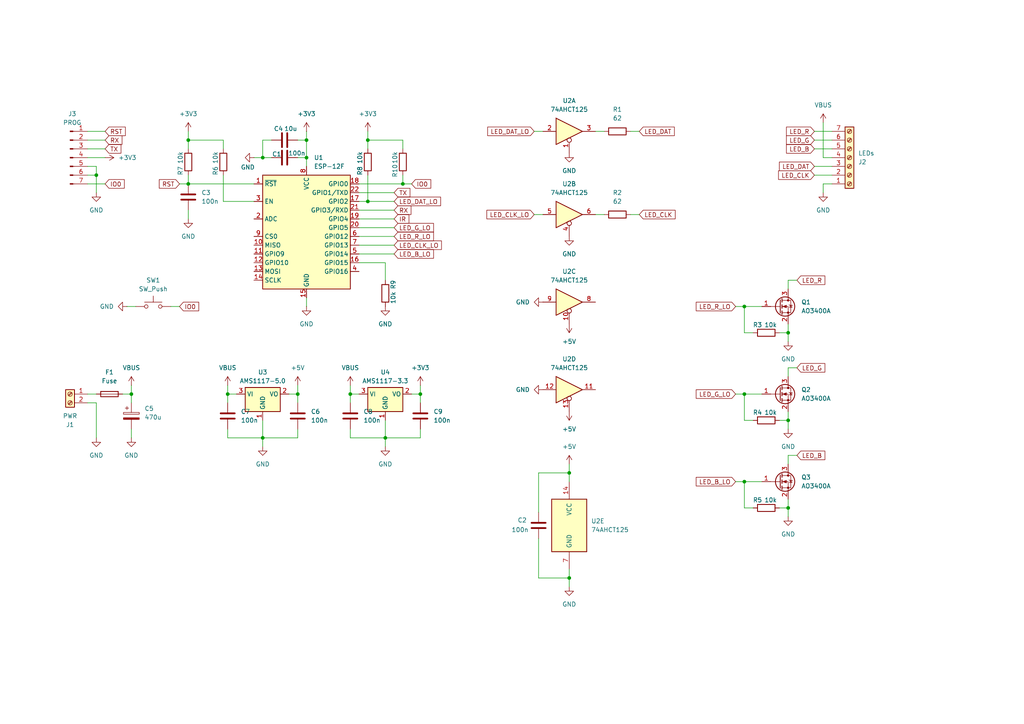
<source format=kicad_sch>
(kicad_sch (version 20250114) (generator "eeschema") (generator_version "9.0")
  (paper "A4")
  (title_block (title "SimpleWLED8266") (date "2025-09-22") (rev "v2") (company "DavidoTek") (comment 1 "Rev2: Fixed GND connection for R9, changed hole size from M4 to M3, rotated J1 and J2") (comment 3 "with support for both analog and digital LEDs.") (comment 4 "Very simple ESP8266-based LED controller board"))
  (lib_symbols
    (symbol "74xx:74AHCT125" (pin_names (offset 1.016))
      (property "Reference" "U" (at 0 1.27 0))
      (property "Value" "74AHCT125" (at 0 -1.27 0))
      (symbol "74AHCT125_1_0"
        (polyline (pts (xy -3.81 3.81) (xy -3.81 -3.81) (xy 3.81 0) (xy -3.81 3.81)) (stroke (width 0.254)) (fill (type background)))
        (pin input line (at -7.62 0 0) (length 3.81) (name "~") (number "2"))
        (pin input inverted (at 0 -6.35 90) (length 4.445) (name "~") (number "1"))
        (pin tri_state line (at 7.62 0 180) (length 3.81) (name "~") (number "3"))
      )
      (symbol "74AHCT125_2_0"
        (polyline (pts (xy -3.81 3.81) (xy -3.81 -3.81) (xy 3.81 0) (xy -3.81 3.81)) (stroke (width 0.254)) (fill (type background)))
        (pin input line (at -7.62 0 0) (length 3.81) (name "~") (number "5"))
        (pin input inverted (at 0 -6.35 90) (length 4.445) (name "~") (number "4"))
        (pin tri_state line (at 7.62 0 180) (length 3.81) (name "~") (number "6"))
      )
      (symbol "74AHCT125_3_0"
        (polyline (pts (xy -3.81 3.81) (xy -3.81 -3.81) (xy 3.81 0) (xy -3.81 3.81)) (stroke (width 0.254)) (fill (type background)))
        (pin input line (at -7.62 0 0) (length 3.81) (name "~") (number "9"))
        (pin input inverted (at 0 -6.35 90) (length 4.445) (name "~") (number "10"))
        (pin tri_state line (at 7.62 0 180) (length 3.81) (name "~") (number "8"))
      )
      (symbol "74AHCT125_4_0"
        (polyline (pts (xy -3.81 3.81) (xy -3.81 -3.81) (xy 3.81 0) (xy -3.81 3.81)) (stroke (width 0.254)) (fill (type background)))
        (pin input line (at -7.62 0 0) (length 3.81) (name "~") (number "12"))
        (pin input inverted (at 0 -6.35 90) (length 4.445) (name "~") (number "13"))
        (pin tri_state line (at 7.62 0 180) (length 3.81) (name "~") (number "11"))
      )
      (symbol "74AHCT125_5_0"
        (pin power_in line (at 0 12.7 270) (length 5.08) (name "VCC") (number "14"))
        (pin power_in line (at 0 -12.7 90) (length 5.08) (name "GND") (number "7"))
      )
      (symbol "74AHCT125_5_1"
        (rectangle (start -5.08 7.62) (end 5.08 -7.62) (stroke (width 0.254)) (fill (type background)))
      )
    )
    (symbol "Connector:Conn_01x07_Pin" (pin_names (offset 1.016) (hide yes))
      (property "Reference" "J" (at 0 10.16 0))
      (property "Value" "Conn_01x07_Pin" (at 0 -10.16 0))
      (symbol "Conn_01x07_Pin_1_1"
        (rectangle (start 0.8636 7.747) (end 0 7.493) (stroke (width 0.1524)) (fill (type outline)))
        (rectangle (start 0.8636 5.207) (end 0 4.953) (stroke (width 0.1524)) (fill (type outline)))
        (rectangle (start 0.8636 2.667) (end 0 2.413) (stroke (width 0.1524)) (fill (type outline)))
        (rectangle (start 0.8636 0.127) (end 0 -0.127) (stroke (width 0.1524)) (fill (type outline)))
        (rectangle (start 0.8636 -2.413) (end 0 -2.667) (stroke (width 0.1524)) (fill (type outline)))
        (rectangle (start 0.8636 -4.953) (end 0 -5.207) (stroke (width 0.1524)) (fill (type outline)))
        (rectangle (start 0.8636 -7.493) (end 0 -7.747) (stroke (width 0.1524)) (fill (type outline)))
        (polyline (pts (xy 1.27 7.62) (xy 0.8636 7.62)) (stroke (width 0.1524)))
        (polyline (pts (xy 1.27 5.08) (xy 0.8636 5.08)) (stroke (width 0.1524)))
        (polyline (pts (xy 1.27 2.54) (xy 0.8636 2.54)) (stroke (width 0.1524)))
        (polyline (pts (xy 1.27 0) (xy 0.8636 0)) (stroke (width 0.1524)))
        (polyline (pts (xy 1.27 -2.54) (xy 0.8636 -2.54)) (stroke (width 0.1524)))
        (polyline (pts (xy 1.27 -5.08) (xy 0.8636 -5.08)) (stroke (width 0.1524)))
        (polyline (pts (xy 1.27 -7.62) (xy 0.8636 -7.62)) (stroke (width 0.1524)))
        (pin passive line (at 5.08 7.62 180) (length 3.81) (name "Pin_1") (number "1"))
        (pin passive line (at 5.08 5.08 180) (length 3.81) (name "Pin_2") (number "2"))
        (pin passive line (at 5.08 2.54 180) (length 3.81) (name "Pin_3") (number "3"))
        (pin passive line (at 5.08 0 180) (length 3.81) (name "Pin_4") (number "4"))
        (pin passive line (at 5.08 -2.54 180) (length 3.81) (name "Pin_5") (number "5"))
        (pin passive line (at 5.08 -5.08 180) (length 3.81) (name "Pin_6") (number "6"))
        (pin passive line (at 5.08 -7.62 180) (length 3.81) (name "Pin_7") (number "7"))
      )
    )
    (symbol "Connector:Screw_Terminal_01x02" (pin_names (offset 1.016) (hide yes))
      (property "Reference" "J" (at 0 2.54 0))
      (property "Value" "Screw_Terminal_01x02" (at 0 -5.08 0))
      (symbol "Screw_Terminal_01x02_1_1"
        (rectangle (start -1.27 1.27) (end 1.27 -3.81) (stroke (width 0.254)) (fill (type background)))
        (polyline (pts (xy -0.5334 0.3302) (xy 0.3302 -0.508)) (stroke (width 0.1524)))
        (polyline (pts (xy -0.5334 -2.2098) (xy 0.3302 -3.048)) (stroke (width 0.1524)))
        (polyline (pts (xy -0.3556 0.508) (xy 0.508 -0.3302)) (stroke (width 0.1524)))
        (polyline (pts (xy -0.3556 -2.032) (xy 0.508 -2.8702)) (stroke (width 0.1524)))
        (circle (center 0 0) (radius 0.635) (stroke (width 0.1524)))
        (circle (center 0 -2.54) (radius 0.635) (stroke (width 0.1524)))
        (pin passive line (at -5.08 0 0) (length 3.81) (name "Pin_1") (number "1"))
        (pin passive line (at -5.08 -2.54 0) (length 3.81) (name "Pin_2") (number "2"))
      )
    )
    (symbol "Connector:Screw_Terminal_01x07" (pin_names (offset 1.016) (hide yes))
      (property "Reference" "J" (at 0 10.16 0))
      (property "Value" "Screw_Terminal_01x07" (at 0 -10.16 0))
      (symbol "Screw_Terminal_01x07_1_1"
        (rectangle (start -1.27 8.89) (end 1.27 -8.89) (stroke (width 0.254)) (fill (type background)))
        (polyline (pts (xy -0.5334 7.9502) (xy 0.3302 7.112)) (stroke (width 0.1524)))
        (polyline (pts (xy -0.5334 5.4102) (xy 0.3302 4.572)) (stroke (width 0.1524)))
        (polyline (pts (xy -0.5334 2.8702) (xy 0.3302 2.032)) (stroke (width 0.1524)))
        (polyline (pts (xy -0.5334 0.3302) (xy 0.3302 -0.508)) (stroke (width 0.1524)))
        (polyline (pts (xy -0.5334 -2.2098) (xy 0.3302 -3.048)) (stroke (width 0.1524)))
        (polyline (pts (xy -0.5334 -4.7498) (xy 0.3302 -5.588)) (stroke (width 0.1524)))
        (polyline (pts (xy -0.5334 -7.2898) (xy 0.3302 -8.128)) (stroke (width 0.1524)))
        (polyline (pts (xy -0.3556 8.128) (xy 0.508 7.2898)) (stroke (width 0.1524)))
        (polyline (pts (xy -0.3556 5.588) (xy 0.508 4.7498)) (stroke (width 0.1524)))
        (polyline (pts (xy -0.3556 3.048) (xy 0.508 2.2098)) (stroke (width 0.1524)))
        (polyline (pts (xy -0.3556 0.508) (xy 0.508 -0.3302)) (stroke (width 0.1524)))
        (polyline (pts (xy -0.3556 -2.032) (xy 0.508 -2.8702)) (stroke (width 0.1524)))
        (polyline (pts (xy -0.3556 -4.572) (xy 0.508 -5.4102)) (stroke (width 0.1524)))
        (polyline (pts (xy -0.3556 -7.112) (xy 0.508 -7.9502)) (stroke (width 0.1524)))
        (circle (center 0 7.62) (radius 0.635) (stroke (width 0.1524)))
        (circle (center 0 5.08) (radius 0.635) (stroke (width 0.1524)))
        (circle (center 0 2.54) (radius 0.635) (stroke (width 0.1524)))
        (circle (center 0 0) (radius 0.635) (stroke (width 0.1524)))
        (circle (center 0 -2.54) (radius 0.635) (stroke (width 0.1524)))
        (circle (center 0 -5.08) (radius 0.635) (stroke (width 0.1524)))
        (circle (center 0 -7.62) (radius 0.635) (stroke (width 0.1524)))
        (pin passive line (at -5.08 7.62 0) (length 3.81) (name "Pin_1") (number "1"))
        (pin passive line (at -5.08 5.08 0) (length 3.81) (name "Pin_2") (number "2"))
        (pin passive line (at -5.08 2.54 0) (length 3.81) (name "Pin_3") (number "3"))
        (pin passive line (at -5.08 0 0) (length 3.81) (name "Pin_4") (number "4"))
        (pin passive line (at -5.08 -2.54 0) (length 3.81) (name "Pin_5") (number "5"))
        (pin passive line (at -5.08 -5.08 0) (length 3.81) (name "Pin_6") (number "6"))
        (pin passive line (at -5.08 -7.62 0) (length 3.81) (name "Pin_7") (number "7"))
      )
    )
    (symbol "Device:C" (pin_numbers (hide yes)) (pin_names (offset 0.254))
      (property "Reference" "C" (at 0.635 2.54 0))
      (property "Value" "C" (at 0.635 -2.54 0))
      (symbol "C_0_1"
        (polyline (pts (xy -2.032 0.762) (xy 2.032 0.762)) (stroke (width 0.508)))
        (polyline (pts (xy -2.032 -0.762) (xy 2.032 -0.762)) (stroke (width 0.508)))
      )
      (symbol "C_1_1"
        (pin passive line (at 0 3.81 270) (length 2.794) (name "~") (number "1"))
        (pin passive line (at 0 -3.81 90) (length 2.794) (name "~") (number "2"))
      )
    )
    (symbol "Device:C_Polarized" (pin_numbers (hide yes)) (pin_names (offset 0.254))
      (property "Reference" "C" (at 0.635 2.54 0))
      (property "Value" "C_Polarized" (at 0.635 -2.54 0))
      (symbol "C_Polarized_0_1"
        (rectangle (start -2.286 0.508) (end 2.286 1.016))
        (polyline (pts (xy -1.778 2.286) (xy -0.762 2.286)))
        (polyline (pts (xy -1.27 2.794) (xy -1.27 1.778)))
        (rectangle (start 2.286 -0.508) (end -2.286 -1.016) (fill (type outline)))
      )
      (symbol "C_Polarized_1_1"
        (pin passive line (at 0 3.81 270) (length 2.794) (name "~") (number "1"))
        (pin passive line (at 0 -3.81 90) (length 2.794) (name "~") (number "2"))
      )
    )
    (symbol "Device:Fuse" (pin_numbers (hide yes)) (pin_names (offset 0))
      (property "Reference" "F" (at 2.032 0 90))
      (property "Value" "Fuse" (at -1.905 0 90))
      (symbol "Fuse_0_1"
        (rectangle (start -0.762 -2.54) (end 0.762 2.54) (stroke (width 0.254)))
        (polyline (pts (xy 0 2.54) (xy 0 -2.54)))
      )
      (symbol "Fuse_1_1"
        (pin passive line (at 0 3.81 270) (length 1.27) (name "~") (number "1"))
        (pin passive line (at 0 -3.81 90) (length 1.27) (name "~") (number "2"))
      )
    )
    (symbol "Device:R" (pin_numbers (hide yes)) (pin_names (offset 0))
      (property "Reference" "R" (at 2.032 0 90))
      (property "Value" "R" (at 0 0 90))
      (symbol "R_0_1"
        (rectangle (start -1.016 -2.54) (end 1.016 2.54) (stroke (width 0.254)))
      )
      (symbol "R_1_1"
        (pin passive line (at 0 3.81 270) (length 1.27) (name "~") (number "1"))
        (pin passive line (at 0 -3.81 90) (length 1.27) (name "~") (number "2"))
      )
    )
    (symbol "RF_Module:ESP-12F"
      (property "Reference" "U" (at -12.7 19.05 0))
      (property "Value" "ESP-12F" (at 12.7 19.05 0))
      (symbol "ESP-12F_0_1"
        (rectangle (start -12.7 17.78) (end 12.7 -15.24) (stroke (width 0.254)) (fill (type background)))
      )
      (symbol "ESP-12F_1_1"
        (pin input line (at -15.24 15.24 0) (length 2.54) (name "~{RST}") (number "1"))
        (pin input line (at -15.24 10.16 0) (length 2.54) (name "EN") (number "3"))
        (pin input line (at -15.24 5.08 0) (length 2.54) (name "ADC") (number "2"))
        (pin input line (at -15.24 0 0) (length 2.54) (name "CS0") (number "9"))
        (pin bidirectional line (at -15.24 -2.54 0) (length 2.54) (name "MISO") (number "10"))
        (pin bidirectional line (at -15.24 -5.08 0) (length 2.54) (name "GPIO9") (number "11"))
        (pin bidirectional line (at -15.24 -7.62 0) (length 2.54) (name "GPIO10") (number "12"))
        (pin bidirectional line (at -15.24 -10.16 0) (length 2.54) (name "MOSI") (number "13"))
        (pin bidirectional line (at -15.24 -12.7 0) (length 2.54) (name "SCLK") (number "14"))
        (pin power_in line (at 0 20.32 270) (length 2.54) (name "VCC") (number "8"))
        (pin power_in line (at 0 -17.78 90) (length 2.54) (name "GND") (number "15"))
        (pin bidirectional line (at 15.24 15.24 180) (length 2.54) (name "GPIO0") (number "18"))
        (pin bidirectional line (at 15.24 12.7 180) (length 2.54) (name "GPIO1/TXD") (number "22"))
        (pin bidirectional line (at 15.24 10.16 180) (length 2.54) (name "GPIO2") (number "17"))
        (pin bidirectional line (at 15.24 7.62 180) (length 2.54) (name "GPIO3/RXD") (number "21"))
        (pin bidirectional line (at 15.24 5.08 180) (length 2.54) (name "GPIO4") (number "19"))
        (pin bidirectional line (at 15.24 2.54 180) (length 2.54) (name "GPIO5") (number "20"))
        (pin bidirectional line (at 15.24 0 180) (length 2.54) (name "GPIO12") (number "6"))
        (pin bidirectional line (at 15.24 -2.54 180) (length 2.54) (name "GPIO13") (number "7"))
        (pin bidirectional line (at 15.24 -5.08 180) (length 2.54) (name "GPIO14") (number "5"))
        (pin bidirectional line (at 15.24 -7.62 180) (length 2.54) (name "GPIO15") (number "16"))
        (pin bidirectional line (at 15.24 -10.16 180) (length 2.54) (name "GPIO16") (number "4"))
      )
    )
    (symbol "Regulator_Linear:AMS1117-3.3"
      (property "Reference" "U" (at -3.81 3.175 0))
      (property "Value" "AMS1117-3.3" (at 0 3.175 0))
      (symbol "AMS1117-3.3_0_1"
        (rectangle (start -5.08 -5.08) (end 5.08 1.905) (stroke (width 0.254)) (fill (type background)))
      )
      (symbol "AMS1117-3.3_1_1"
        (pin power_in line (at -7.62 0 0) (length 2.54) (name "VI") (number "3"))
        (pin power_in line (at 0 -7.62 90) (length 2.54) (name "GND") (number "1"))
        (pin power_out line (at 7.62 0 180) (length 2.54) (name "VO") (number "2"))
      )
    )
    (symbol "Regulator_Linear:AMS1117-5.0"
      (property "Reference" "U" (at -3.81 3.175 0))
      (property "Value" "AMS1117-5.0" (at 0 3.175 0))
      (symbol "AMS1117-5.0_0_1"
        (rectangle (start -5.08 -5.08) (end 5.08 1.905) (stroke (width 0.254)) (fill (type background)))
      )
      (symbol "AMS1117-5.0_1_1"
        (pin power_in line (at -7.62 0 0) (length 2.54) (name "VI") (number "3"))
        (pin power_in line (at 0 -7.62 90) (length 2.54) (name "GND") (number "1"))
        (pin power_out line (at 7.62 0 180) (length 2.54) (name "VO") (number "2"))
      )
    )
    (symbol "Switch:SW_Push" (pin_numbers (hide yes)) (pin_names (offset 1.016) (hide yes))
      (property "Reference" "SW" (at 1.27 2.54 0))
      (property "Value" "SW_Push" (at 0 -1.524 0))
      (symbol "SW_Push_0_1"
        (circle (center -2.032 0) (radius 0.508))
        (polyline (pts (xy 0 1.27) (xy 0 3.048)))
        (circle (center 2.032 0) (radius 0.508))
        (polyline (pts (xy 2.54 1.27) (xy -2.54 1.27)))
        (pin passive line (at -5.08 0 0) (length 2.54) (name "1") (number "1"))
        (pin passive line (at 5.08 0 180) (length 2.54) (name "2") (number "2"))
      )
    )
    (symbol "Transistor_FET:AO3400A" (pin_names (hide yes))
      (property "Reference" "Q" (at 5.08 1.905 0))
      (property "Value" "AO3400A" (at 5.08 0 0))
      (symbol "AO3400A_0_1"
        (polyline (pts (xy 0.254 1.905) (xy 0.254 -1.905)) (stroke (width 0.254)))
        (polyline (pts (xy 0.254 0) (xy -2.54 0)))
        (polyline (pts (xy 0.762 2.286) (xy 0.762 1.27)) (stroke (width 0.254)))
        (polyline (pts (xy 0.762 0.508) (xy 0.762 -0.508)) (stroke (width 0.254)))
        (polyline (pts (xy 0.762 -1.27) (xy 0.762 -2.286)) (stroke (width 0.254)))
        (polyline (pts (xy 0.762 -1.778) (xy 3.302 -1.778) (xy 3.302 1.778) (xy 0.762 1.778)))
        (polyline (pts (xy 1.016 0) (xy 2.032 0.381) (xy 2.032 -0.381) (xy 1.016 0)) (fill (type outline)))
        (circle (center 1.651 0) (radius 2.794) (stroke (width 0.254)))
        (polyline (pts (xy 2.54 2.54) (xy 2.54 1.778)))
        (circle (center 2.54 1.778) (radius 0.254) (fill (type outline)))
        (circle (center 2.54 -1.778) (radius 0.254) (fill (type outline)))
        (polyline (pts (xy 2.54 -2.54) (xy 2.54 0) (xy 0.762 0)))
        (polyline (pts (xy 2.794 0.508) (xy 2.921 0.381) (xy 3.683 0.381) (xy 3.81 0.254)))
        (polyline (pts (xy 3.302 0.381) (xy 2.921 -0.254) (xy 3.683 -0.254) (xy 3.302 0.381)))
      )
      (symbol "AO3400A_1_1"
        (pin input line (at -5.08 0 0) (length 2.54) (name "G") (number "1"))
        (pin passive line (at 2.54 5.08 270) (length 2.54) (name "D") (number "3"))
        (pin passive line (at 2.54 -5.08 90) (length 2.54) (name "S") (number "2"))
      )
    )
    (symbol "power:+3V3" (power) (pin_numbers (hide yes)) (pin_names (offset 0) (hide yes))
      (property "Value" "+3V3" (at 0 3.556 0))
      (symbol "+3V3_0_1"
        (polyline (pts (xy -0.762 1.27) (xy 0 2.54)))
        (polyline (pts (xy 0 2.54) (xy 0.762 1.27)))
        (polyline (pts (xy 0 0) (xy 0 2.54)))
      )
      (symbol "+3V3_1_1"
        (pin power_in line (at 0 0 90) (length 0) (name "~") (number "1"))
      )
    )
    (symbol "power:+5V" (power) (pin_numbers (hide yes)) (pin_names (offset 0) (hide yes))
      (property "Value" "+5V" (at 0 3.556 0))
      (symbol "+5V_0_1"
        (polyline (pts (xy -0.762 1.27) (xy 0 2.54)))
        (polyline (pts (xy 0 2.54) (xy 0.762 1.27)))
        (polyline (pts (xy 0 0) (xy 0 2.54)))
      )
      (symbol "+5V_1_1"
        (pin power_in line (at 0 0 90) (length 0) (name "~") (number "1"))
      )
    )
    (symbol "power:GND" (power) (pin_numbers (hide yes)) (pin_names (offset 0) (hide yes))
      (property "Value" "GND" (at 0 -3.81 0))
      (symbol "GND_0_1"
        (polyline (pts (xy 0 0) (xy 0 -1.27) (xy 1.27 -1.27) (xy 0 -2.54) (xy -1.27 -1.27) (xy 0 -1.27)))
      )
      (symbol "GND_1_1"
        (pin power_in line (at 0 0 270) (length 0) (name "~") (number "1"))
      )
    )
    (symbol "power:VBUS" (power) (pin_numbers (hide yes)) (pin_names (offset 0) (hide yes))
      (property "Value" "VBUS" (at 0 3.556 0))
      (symbol "VBUS_0_1"
        (polyline (pts (xy -0.762 1.27) (xy 0 2.54)))
        (polyline (pts (xy 0 2.54) (xy 0.762 1.27)))
        (polyline (pts (xy 0 0) (xy 0 2.54)))
      )
      (symbol "VBUS_1_1"
        (pin power_in line (at 0 0 90) (length 0) (name "~") (number "1"))
      )
    )
  )
  (junction (at 165.1 137.16))
  (junction (at 228.6 121.92))
  (junction (at 88.9 40.64))
  (junction (at 66.04 114.3))
  (junction (at 54.61 53.34))
  (junction (at 86.36 114.3))
  (junction (at 38.1 114.3))
  (junction (at 27.94 50.8))
  (junction (at 54.61 40.64))
  (junction (at 111.76 127))
  (junction (at 215.9 88.9))
  (junction (at 76.2 45.72))
  (junction (at 215.9 114.3))
  (junction (at 228.6 147.32))
  (junction (at 121.92 114.3))
  (junction (at 228.6 96.52))
  (junction (at 215.9 139.7))
  (junction (at 88.9 45.72))
  (junction (at 106.68 40.64))
  (junction (at 116.84 53.34))
  (junction (at 106.68 58.42))
  (junction (at 165.1 167.64))
  (junction (at 76.2 127))
  (junction (at 101.6 114.3))
  (wire (pts (xy 25.4 48.26) (xy 27.94 48.26)))
  (wire (pts (xy 101.6 127) (xy 101.6 124.46)))
  (wire (pts (xy 54.61 40.64) (xy 64.77 40.64)))
  (wire (pts (xy 111.76 76.2) (xy 111.76 81.28)))
  (wire (pts (xy 54.61 40.64) (xy 54.61 43.18)))
  (wire (pts (xy 25.4 53.34) (xy 30.48 53.34)))
  (wire (pts (xy 76.2 121.92) (xy 76.2 127)))
  (wire (pts (xy 236.22 43.18) (xy 241.3 43.18)))
  (wire (pts (xy 104.14 71.12) (xy 114.3 71.12)))
  (wire (pts (xy 106.68 40.64) (xy 106.68 43.18)))
  (wire (pts (xy 154.94 62.23) (xy 157.48 62.23)))
  (wire (pts (xy 111.76 129.54) (xy 111.76 127)))
  (wire (pts (xy 104.14 66.04) (xy 114.3 66.04)))
  (wire (pts (xy 228.6 132.08) (xy 228.6 134.62)))
  (wire (pts (xy 66.04 127) (xy 66.04 124.46)))
  (wire (pts (xy 156.21 137.16) (xy 165.1 137.16)))
  (wire (pts (xy 231.14 106.68) (xy 228.6 106.68)))
  (wire (pts (xy 86.36 127) (xy 86.36 124.46)))
  (wire (pts (xy 111.76 121.92) (xy 111.76 127)))
  (wire (pts (xy 236.22 48.26) (xy 241.3 48.26)))
  (wire (pts (xy 66.04 111.76) (xy 66.04 114.3)))
  (wire (pts (xy 241.3 45.72) (xy 238.76 45.72)))
  (wire (pts (xy 226.06 147.32) (xy 228.6 147.32)))
  (wire (pts (xy 121.92 114.3) (xy 121.92 111.76)))
  (wire (pts (xy 228.6 144.78) (xy 228.6 147.32)))
  (wire (pts (xy 101.6 114.3) (xy 101.6 116.84)))
  (wire (pts (xy 73.66 58.42) (xy 64.77 58.42)))
  (wire (pts (xy 165.1 167.64) (xy 165.1 170.18)))
  (wire (pts (xy 38.1 111.76) (xy 38.1 114.3)))
  (wire (pts (xy 111.76 127) (xy 121.92 127)))
  (wire (pts (xy 165.1 137.16) (xy 165.1 139.7)))
  (wire (pts (xy 116.84 53.34) (xy 119.38 53.34)))
  (wire (pts (xy 213.36 114.3) (xy 215.9 114.3)))
  (wire (pts (xy 165.1 134.62) (xy 165.1 137.16)))
  (wire (pts (xy 218.44 147.32) (xy 215.9 147.32)))
  (wire (pts (xy 215.9 147.32) (xy 215.9 139.7)))
  (wire (pts (xy 182.88 62.23) (xy 185.42 62.23)))
  (wire (pts (xy 83.82 114.3) (xy 86.36 114.3)))
  (wire (pts (xy 215.9 114.3) (xy 220.98 114.3)))
  (wire (pts (xy 215.9 139.7) (xy 220.98 139.7)))
  (wire (pts (xy 228.6 81.28) (xy 228.6 83.82)))
  (wire (pts (xy 38.1 114.3) (xy 38.1 116.84)))
  (wire (pts (xy 104.14 68.58) (xy 114.3 68.58)))
  (wire (pts (xy 86.36 40.64) (xy 88.9 40.64)))
  (wire (pts (xy 30.48 38.1) (xy 25.4 38.1)))
  (wire (pts (xy 106.68 50.8) (xy 106.68 58.42)))
  (wire (pts (xy 231.14 132.08) (xy 228.6 132.08)))
  (wire (pts (xy 236.22 38.1) (xy 241.3 38.1)))
  (wire (pts (xy 66.04 114.3) (xy 68.58 114.3)))
  (wire (pts (xy 119.38 114.3) (xy 121.92 114.3)))
  (wire (pts (xy 228.6 93.98) (xy 228.6 96.52)))
  (wire (pts (xy 76.2 45.72) (xy 78.74 45.72)))
  (wire (pts (xy 73.66 45.72) (xy 76.2 45.72)))
  (wire (pts (xy 106.68 58.42) (xy 114.3 58.42)))
  (wire (pts (xy 121.92 114.3) (xy 121.92 116.84)))
  (wire (pts (xy 76.2 127) (xy 86.36 127)))
  (wire (pts (xy 182.88 38.1) (xy 185.42 38.1)))
  (wire (pts (xy 27.94 48.26) (xy 27.94 50.8)))
  (wire (pts (xy 30.48 40.64) (xy 25.4 40.64)))
  (wire (pts (xy 226.06 96.52) (xy 228.6 96.52)))
  (wire (pts (xy 213.36 139.7) (xy 215.9 139.7)))
  (wire (pts (xy 38.1 124.46) (xy 38.1 127)))
  (wire (pts (xy 54.61 53.34) (xy 73.66 53.34)))
  (wire (pts (xy 64.77 40.64) (xy 64.77 43.18)))
  (wire (pts (xy 88.9 38.1) (xy 88.9 40.64)))
  (wire (pts (xy 114.3 60.96) (xy 104.14 60.96)))
  (wire (pts (xy 86.36 114.3) (xy 86.36 111.76)))
  (wire (pts (xy 101.6 111.76) (xy 101.6 114.3)))
  (wire (pts (xy 215.9 88.9) (xy 220.98 88.9)))
  (wire (pts (xy 25.4 45.72) (xy 30.48 45.72)))
  (wire (pts (xy 116.84 53.34) (xy 116.84 50.8)))
  (wire (pts (xy 106.68 58.42) (xy 104.14 58.42)))
  (wire (pts (xy 106.68 38.1) (xy 106.68 40.64)))
  (wire (pts (xy 86.36 114.3) (xy 86.36 116.84)))
  (wire (pts (xy 156.21 156.21) (xy 156.21 167.64)))
  (wire (pts (xy 228.6 121.92) (xy 228.6 124.46)))
  (wire (pts (xy 88.9 86.36) (xy 88.9 88.9)))
  (wire (pts (xy 54.61 38.1) (xy 54.61 40.64)))
  (wire (pts (xy 106.68 40.64) (xy 116.84 40.64)))
  (wire (pts (xy 241.3 53.34) (xy 238.76 53.34)))
  (wire (pts (xy 226.06 121.92) (xy 228.6 121.92)))
  (wire (pts (xy 88.9 40.64) (xy 88.9 45.72)))
  (wire (pts (xy 156.21 148.59) (xy 156.21 137.16)))
  (wire (pts (xy 116.84 40.64) (xy 116.84 43.18)))
  (wire (pts (xy 104.14 63.5) (xy 114.3 63.5)))
  (wire (pts (xy 228.6 96.52) (xy 228.6 99.06)))
  (wire (pts (xy 78.74 40.64) (xy 76.2 40.64)))
  (wire (pts (xy 228.6 119.38) (xy 228.6 121.92)))
  (wire (pts (xy 215.9 121.92) (xy 215.9 114.3)))
  (wire (pts (xy 88.9 45.72) (xy 88.9 48.26)))
  (wire (pts (xy 35.56 114.3) (xy 38.1 114.3)))
  (wire (pts (xy 25.4 50.8) (xy 27.94 50.8)))
  (wire (pts (xy 228.6 147.32) (xy 228.6 149.86)))
  (wire (pts (xy 76.2 40.64) (xy 76.2 45.72)))
  (wire (pts (xy 215.9 96.52) (xy 215.9 88.9)))
  (wire (pts (xy 66.04 114.3) (xy 66.04 116.84)))
  (wire (pts (xy 27.94 116.84) (xy 25.4 116.84)))
  (wire (pts (xy 54.61 60.96) (xy 54.61 63.5)))
  (wire (pts (xy 236.22 40.64) (xy 241.3 40.64)))
  (wire (pts (xy 231.14 81.28) (xy 228.6 81.28)))
  (wire (pts (xy 104.14 53.34) (xy 116.84 53.34)))
  (wire (pts (xy 54.61 50.8) (xy 54.61 53.34)))
  (wire (pts (xy 228.6 106.68) (xy 228.6 109.22)))
  (wire (pts (xy 156.21 167.64) (xy 165.1 167.64)))
  (wire (pts (xy 76.2 129.54) (xy 76.2 127)))
  (wire (pts (xy 86.36 45.72) (xy 88.9 45.72)))
  (wire (pts (xy 104.14 73.66) (xy 114.3 73.66)))
  (wire (pts (xy 114.3 55.88) (xy 104.14 55.88)))
  (wire (pts (xy 27.94 127) (xy 27.94 116.84)))
  (wire (pts (xy 52.07 53.34) (xy 54.61 53.34)))
  (wire (pts (xy 236.22 50.8) (xy 241.3 50.8)))
  (wire (pts (xy 101.6 114.3) (xy 104.14 114.3)))
  (wire (pts (xy 238.76 53.34) (xy 238.76 55.88)))
  (wire (pts (xy 218.44 121.92) (xy 215.9 121.92)))
  (wire (pts (xy 111.76 76.2) (xy 104.14 76.2)))
  (wire (pts (xy 27.94 50.8) (xy 27.94 55.88)))
  (wire (pts (xy 165.1 165.1) (xy 165.1 167.64)))
  (wire (pts (xy 154.94 38.1) (xy 157.48 38.1)))
  (wire (pts (xy 49.53 88.9) (xy 52.07 88.9)))
  (wire (pts (xy 172.72 38.1) (xy 175.26 38.1)))
  (wire (pts (xy 30.48 43.18) (xy 25.4 43.18)))
  (wire (pts (xy 218.44 96.52) (xy 215.9 96.52)))
  (wire (pts (xy 25.4 114.3) (xy 27.94 114.3)))
  (wire (pts (xy 121.92 127) (xy 121.92 124.46)))
  (wire (pts (xy 64.77 58.42) (xy 64.77 50.8)))
  (wire (pts (xy 238.76 45.72) (xy 238.76 35.56)))
  (wire (pts (xy 172.72 62.23) (xy 175.26 62.23)))
  (wire (pts (xy 76.2 127) (xy 66.04 127)))
  (wire (pts (xy 111.76 127) (xy 101.6 127)))
  (wire (pts (xy 213.36 88.9) (xy 215.9 88.9)))
  (wire (pts (xy 36.83 88.9) (xy 39.37 88.9)))
  (global_label "RX" (shape input) (at 30.48 40.64 0) (property "Intersheetrefs" "${INTERSHEET_REFS}" (effects (hide yes))))
  (global_label "IR" (shape input) (at 114.3 63.5 0) (property "Intersheetrefs" "${INTERSHEET_REFS}" (effects (hide yes))))
  (global_label "LED_DAT_LO" (shape input) (at 114.3 58.42 0) (property "Intersheetrefs" "${INTERSHEET_REFS}" (effects (hide yes))))
  (global_label "LED_B_LO" (shape input) (at 213.36 139.7 180) (property "Intersheetrefs" "${INTERSHEET_REFS}" (effects (hide yes))))
  (global_label "TX" (shape input) (at 114.3 55.88 0) (property "Intersheetrefs" "${INTERSHEET_REFS}" (effects (hide yes))))
  (global_label "IO0" (shape input) (at 52.07 88.9 0) (property "Intersheetrefs" "${INTERSHEET_REFS}" (effects (hide yes))))
  (global_label "LED_G_LO" (shape input) (at 213.36 114.3 180) (property "Intersheetrefs" "${INTERSHEET_REFS}" (effects (hide yes))))
  (global_label "LED_CLK_LO" (shape input) (at 154.94 62.23 180) (property "Intersheetrefs" "${INTERSHEET_REFS}" (effects (hide yes))))
  (global_label "LED_R" (shape input) (at 236.22 38.1 180) (property "Intersheetrefs" "${INTERSHEET_REFS}" (effects (hide yes))))
  (global_label "IO0" (shape input) (at 119.38 53.34 0) (property "Intersheetrefs" "${INTERSHEET_REFS}" (effects (hide yes))))
  (global_label "LED_B" (shape input) (at 231.14 132.08 0) (property "Intersheetrefs" "${INTERSHEET_REFS}" (effects (hide yes))))
  (global_label "LED_DAT_LO" (shape input) (at 154.94 38.1 180) (property "Intersheetrefs" "${INTERSHEET_REFS}" (effects (hide yes))))
  (global_label "IO0" (shape input) (at 30.48 53.34 0) (property "Intersheetrefs" "${INTERSHEET_REFS}" (effects (hide yes))))
  (global_label "TX" (shape input) (at 30.48 43.18 0) (property "Intersheetrefs" "${INTERSHEET_REFS}" (effects (hide yes))))
  (global_label "LED_CLK" (shape input) (at 236.22 50.8 180) (property "Intersheetrefs" "${INTERSHEET_REFS}" (effects (hide yes))))
  (global_label "LED_CLK_LO" (shape input) (at 114.3 71.12 0) (property "Intersheetrefs" "${INTERSHEET_REFS}" (effects (hide yes))))
  (global_label "LED_R_LO" (shape input) (at 213.36 88.9 180) (property "Intersheetrefs" "${INTERSHEET_REFS}" (effects (hide yes))))
  (global_label "LED_G" (shape input) (at 231.14 106.68 0) (property "Intersheetrefs" "${INTERSHEET_REFS}" (effects (hide yes))))
  (global_label "RST" (shape input) (at 30.48 38.1 0) (property "Intersheetrefs" "${INTERSHEET_REFS}" (effects (hide yes))))
  (global_label "LED_B" (shape input) (at 236.22 43.18 180) (property "Intersheetrefs" "${INTERSHEET_REFS}" (effects (hide yes))))
  (global_label "LED_B_LO" (shape input) (at 114.3 73.66 0) (property "Intersheetrefs" "${INTERSHEET_REFS}" (effects (hide yes))))
  (global_label "LED_G" (shape input) (at 236.22 40.64 180) (property "Intersheetrefs" "${INTERSHEET_REFS}" (effects (hide yes))))
  (global_label "LED_R" (shape input) (at 231.14 81.28 0) (property "Intersheetrefs" "${INTERSHEET_REFS}" (effects (hide yes))))
  (global_label "RST" (shape input) (at 52.07 53.34 180) (property "Intersheetrefs" "${INTERSHEET_REFS}" (effects (hide yes))))
  (global_label "LED_CLK" (shape input) (at 185.42 62.23 0) (property "Intersheetrefs" "${INTERSHEET_REFS}" (effects (hide yes))))
  (global_label "LED_R_LO" (shape input) (at 114.3 68.58 0) (property "Intersheetrefs" "${INTERSHEET_REFS}" (effects (hide yes))))
  (global_label "LED_DAT" (shape input) (at 236.22 48.26 180) (property "Intersheetrefs" "${INTERSHEET_REFS}" (effects (hide yes))))
  (global_label "RX" (shape input) (at 114.3 60.96 0) (property "Intersheetrefs" "${INTERSHEET_REFS}" (effects (hide yes))))
  (global_label "LED_G_LO" (shape input) (at 114.3 66.04 0) (property "Intersheetrefs" "${INTERSHEET_REFS}" (effects (hide yes))))
  (global_label "LED_DAT" (shape input) (at 185.42 38.1 0) (property "Intersheetrefs" "${INTERSHEET_REFS}" (effects (hide yes))))
  (symbol (lib_id "power:GND") (at 157.48 87.63 270) (unit 1)
    (property "Reference" "#PWR06" (effects (hide yes)))
    (property "Value" "GND" (at 153.67 87.6299 90) (effects (justify right)))
    (property "Description" "Power symbol creates a global label with name \"GND\" , ground" (effects (hide yes)))
  )
  (symbol (lib_id "Connector:Conn_01x07_Pin") (at 20.32 45.72 0) (unit 1)
    (property "Reference" "J3" (at 20.955 33.02 0))
    (property "Value" "PROG" (at 20.955 35.56 0))
    (property "Footprint" "Connector_PinHeader_2.54mm:PinHeader_1x07_P2.54mm_Vertical" (effects (hide yes)))
    (property "Description" "Generic connector, single row, 01x07, script generated" (effects (hide yes)))
  )
  (symbol (lib_id "power:GND") (at 228.6 124.46 0) (unit 1)
    (property "Reference" "#PWR015" (effects (hide yes)))
    (property "Value" "GND" (at 228.6 129.54 0))
    (property "Description" "Power symbol creates a global label with name \"GND\" , ground" (effects (hide yes)))
  )
  (symbol (lib_id "74xx:74AHCT125") (at 165.1 38.1 0) (unit 1)
    (property "Reference" "U2" (at 165.1 29.21 0))
    (property "Value" "74AHCT125" (at 165.1 31.75 0))
    (property "Footprint" "Package_SO:SOIC-14_3.9x8.7mm_P1.27mm" (effects (hide yes)))
    (property "Datasheet" "https://www.ti.com/lit/ds/symlink/sn74ahct125.pdf" (effects (hide yes)))
    (property "Description" "Quadruple Bus Buffer Gates With 3-State Outputs" (effects (hide yes)))
  )
  (symbol (lib_id "Device:R") (at 111.76 85.09 0) (unit 1)
    (property "Reference" "R9" (at 114.046 82.55 90))
    (property "Value" "10k" (at 114.046 86.36 90))
    (property "Footprint" "Resistor_SMD:R_0805_2012Metric_Pad1.20x1.40mm_HandSolder" (effects (hide yes)))
    (property "Description" "Resistor" (effects (hide yes)))
  )
  (symbol (lib_id "Transistor_FET:AO3400A") (at 226.06 139.7 0) (unit 1)
    (property "Reference" "Q3" (at 232.41 138.4299 0) (effects (justify left)))
    (property "Value" "AO3400A" (at 232.41 140.9699 0) (effects (justify left)))
    (property "Footprint" "Package_TO_SOT_SMD:SOT-23" (effects (hide yes)))
    (property "Datasheet" "http://www.aosmd.com/pdfs/datasheet/AO3400A.pdf" (effects (hide yes)))
    (property "Description" "30V Vds, 5.7A Id, N-Channel MOSFET, SOT-23" (effects (hide yes)))
  )
  (symbol (lib_id "power:GND") (at 111.76 129.54 0) (unit 1)
    (property "Reference" "#PWR030" (effects (hide yes)))
    (property "Value" "GND" (at 111.76 134.62 0))
    (property "Description" "Power symbol creates a global label with name \"GND\" , ground" (effects (hide yes)))
  )
  (symbol (lib_id "Device:C_Polarized") (at 38.1 120.65 0) (unit 1)
    (property "Reference" "C5" (at 41.91 118.4909 0) (effects (justify left)))
    (property "Value" "470u" (at 41.91 121.0309 0) (effects (justify left)))
    (property "Footprint" "Capacitor_THT:CP_Radial_D10.0mm_P5.00mm" (effects (hide yes)))
    (property "Description" "Polarized capacitor" (effects (hide yes)))
  )
  (symbol (lib_id "power:GND") (at 27.94 127 0) (unit 1)
    (property "Reference" "#PWR017" (effects (hide yes)))
    (property "Value" "GND" (at 27.94 132.08 0))
    (property "Description" "Power symbol creates a global label with name \"GND\" , ground" (effects (hide yes)))
  )
  (symbol (lib_id "Device:C") (at 82.55 45.72 90) (unit 1)
    (property "Reference" "C1" (at 80.264 44.704 90))
    (property "Value" "100n" (at 86.106 44.45 90))
    (property "Footprint" "Capacitor_SMD:C_0805_2012Metric_Pad1.18x1.45mm_HandSolder" (effects (hide yes)))
    (property "Description" "Unpolarized capacitor" (effects (hide yes)))
  )
  (symbol (lib_id "power:GND") (at 157.48 113.03 270) (unit 1)
    (property "Reference" "#PWR07" (effects (hide yes)))
    (property "Value" "GND" (at 153.67 113.0299 90) (effects (justify right)))
    (property "Description" "Power symbol creates a global label with name \"GND\" , ground" (effects (hide yes)))
  )
  (symbol (lib_id "Device:Fuse") (at 31.75 114.3 90) (unit 1)
    (property "Reference" "F1" (at 31.75 107.95 90))
    (property "Value" "Fuse" (at 31.75 110.49 90))
    (property "Footprint" "Fuse:Fuse_Blade_Mini_directSolder" (effects (hide yes)))
    (property "Description" "Fuse" (effects (hide yes)))
  )
  (symbol (lib_id "power:GND") (at 165.1 44.45 0) (unit 1)
    (property "Reference" "#PWR08" (effects (hide yes)))
    (property "Value" "GND" (at 165.1 49.53 0))
    (property "Description" "Power symbol creates a global label with name \"GND\" , ground" (effects (hide yes)))
  )
  (symbol (lib_id "Device:C") (at 66.04 120.65 0) (unit 1)
    (property "Reference" "C7" (at 69.85 119.3799 0) (effects (justify left)))
    (property "Value" "100n" (at 69.85 121.9199 0) (effects (justify left)))
    (property "Footprint" "Capacitor_SMD:C_0805_2012Metric_Pad1.18x1.45mm_HandSolder" (effects (hide yes)))
    (property "Description" "Unpolarized capacitor" (effects (hide yes)))
  )
  (symbol (lib_id "power:GND") (at 111.76 88.9 0) (unit 1)
    (property "Reference" "#PWR032" (effects (hide yes)))
    (property "Value" "GND" (at 111.76 93.98 0))
    (property "Description" "Power symbol creates a global label with name \"GND\" , ground" (effects (hide yes)))
  )
  (symbol (lib_id "power:+3V3") (at 88.9 38.1 0) (unit 1)
    (property "Reference" "#PWR03" (effects (hide yes)))
    (property "Value" "+3V3" (at 88.9 33.02 0))
    (property "Description" "Power symbol creates a global label with name \"+3V3\"" (effects (hide yes)))
  )
  (symbol (lib_id "power:+3V3") (at 30.48 45.72 270) (unit 1)
    (property "Reference" "#PWR019" (effects (hide yes)))
    (property "Value" "+3V3" (at 34.29 45.7199 90) (effects (justify left)))
    (property "Description" "Power symbol creates a global label with name \"+3V3\"" (effects (hide yes)))
  )
  (symbol (lib_id "power:+3V3") (at 121.92 111.76 0) (unit 1)
    (property "Reference" "#PWR031" (effects (hide yes)))
    (property "Value" "+3V3" (at 121.92 106.68 0))
    (property "Description" "Power symbol creates a global label with name \"+3V3\"" (effects (hide yes)))
  )
  (symbol (lib_id "power:VBUS") (at 238.76 35.56 0) (unit 1)
    (property "Reference" "#PWR02" (effects (hide yes)))
    (property "Value" "VBUS" (at 238.76 30.48 0))
    (property "Description" "Power symbol creates a global label with name \"VBUS\"" (effects (hide yes)))
  )
  (symbol (lib_id "Device:C") (at 101.6 120.65 0) (unit 1)
    (property "Reference" "C8" (at 105.41 119.3799 0) (effects (justify left)))
    (property "Value" "100n" (at 105.41 121.9199 0) (effects (justify left)))
    (property "Footprint" "Capacitor_SMD:C_0805_2012Metric_Pad1.18x1.45mm_HandSolder" (effects (hide yes)))
    (property "Description" "Unpolarized capacitor" (effects (hide yes)))
  )
  (symbol (lib_id "power:+5V") (at 165.1 119.38 180) (unit 1)
    (property "Reference" "#PWR011" (effects (hide yes)))
    (property "Value" "+5V" (at 165.1 124.46 0))
    (property "Description" "Power symbol creates a global label with name \"+5V\"" (effects (hide yes)))
  )
  (symbol (lib_id "Device:R") (at 106.68 46.99 180) (unit 1)
    (property "Reference" "R8" (at 104.394 49.53 90))
    (property "Value" "10k" (at 104.394 45.72 90))
    (property "Footprint" "Resistor_SMD:R_0805_2012Metric_Pad1.20x1.40mm_HandSolder" (effects (hide yes)))
    (property "Description" "Resistor" (effects (hide yes)))
  )
  (symbol (lib_id "power:GND") (at 228.6 99.06 0) (unit 1)
    (property "Reference" "#PWR016" (effects (hide yes)))
    (property "Value" "GND" (at 228.6 104.14 0))
    (property "Description" "Power symbol creates a global label with name \"GND\" , ground" (effects (hide yes)))
  )
  (symbol (lib_id "power:GND") (at 88.9 88.9 0) (unit 1)
    (property "Reference" "#PWR04" (effects (hide yes)))
    (property "Value" "GND" (at 88.9 93.98 0))
    (property "Description" "Power symbol creates a global label with name \"GND\" , ground" (effects (hide yes)))
  )
  (symbol (lib_id "power:+5V") (at 86.36 111.76 0) (unit 1)
    (property "Reference" "#PWR028" (effects (hide yes)))
    (property "Value" "+5V" (at 86.36 106.68 0))
    (property "Description" "Power symbol creates a global label with name \"+5V\"" (effects (hide yes)))
  )
  (symbol (lib_id "power:GND") (at 76.2 129.54 0) (unit 1)
    (property "Reference" "#PWR026" (effects (hide yes)))
    (property "Value" "GND" (at 76.2 134.62 0))
    (property "Description" "Power symbol creates a global label with name \"GND\" , ground" (effects (hide yes)))
  )
  (symbol (lib_id "power:GND") (at 54.61 63.5 0) (unit 1)
    (property "Reference" "#PWR020" (effects (hide yes)))
    (property "Value" "GND" (at 54.61 68.58 0))
    (property "Description" "Power symbol creates a global label with name \"GND\" , ground" (effects (hide yes)))
  )
  (symbol (lib_id "power:GND") (at 73.66 45.72 270) (unit 1)
    (property "Reference" "#PWR05" (effects (hide yes)))
    (property "Value" "GND" (at 73.914 48.514 90) (effects (justify right)))
    (property "Description" "Power symbol creates a global label with name \"GND\" , ground" (effects (hide yes)))
  )
  (symbol (lib_id "Device:C") (at 82.55 40.64 90) (unit 1)
    (property "Reference" "C4" (at 80.772 37.338 90))
    (property "Value" "10u" (at 84.328 37.338 90))
    (property "Footprint" "Capacitor_SMD:C_0805_2012Metric_Pad1.18x1.45mm_HandSolder" (effects (hide yes)))
    (property "Description" "Unpolarized capacitor" (effects (hide yes)))
  )
  (symbol (lib_id "power:GND") (at 228.6 149.86 0) (unit 1)
    (property "Reference" "#PWR014" (effects (hide yes)))
    (property "Value" "GND" (at 228.6 154.94 0))
    (property "Description" "Power symbol creates a global label with name \"GND\" , ground" (effects (hide yes)))
  )
  (symbol (lib_id "power:GND") (at 165.1 170.18 0) (unit 1)
    (property "Reference" "#PWR013" (effects (hide yes)))
    (property "Value" "GND" (at 165.1 175.26 0))
    (property "Description" "Power symbol creates a global label with name \"GND\" , ground" (effects (hide yes)))
  )
  (symbol (lib_id "Regulator_Linear:AMS1117-5.0") (at 76.2 114.3 0) (unit 1)
    (property "Reference" "U3" (at 76.2 107.95 0))
    (property "Value" "AMS1117-5.0" (at 76.2 110.49 0))
    (property "Footprint" "Package_TO_SOT_SMD:SOT-223-3_TabPin2" (effects (hide yes)))
    (property "Datasheet" "http://www.advanced-monolithic.com/pdf/ds1117.pdf" (effects (hide yes)))
    (property "Description" "1A Low Dropout regulator, positive, 5.0V fixed output, SOT-223" (effects (hide yes)))
  )
  (symbol (lib_id "Device:C") (at 86.36 120.65 0) (unit 1)
    (property "Reference" "C6" (at 90.17 119.3799 0) (effects (justify left)))
    (property "Value" "100n" (at 90.17 121.9199 0) (effects (justify left)))
    (property "Footprint" "Capacitor_SMD:C_0805_2012Metric_Pad1.18x1.45mm_HandSolder" (effects (hide yes)))
    (property "Description" "Unpolarized capacitor" (effects (hide yes)))
  )
  (symbol (lib_id "Connector:Screw_Terminal_01x02") (at 20.32 114.3 0) (mirror y) (unit 1)
    (property "Reference" "J1" (at 20.32 123.19 0))
    (property "Value" "PWR" (at 20.32 120.65 0))
    (property "Footprint" "TerminalBlock_Phoenix:TerminalBlock_Phoenix_MKDS-1,5-2-5.08_1x02_P5.08mm_Horizontal" (effects (hide yes)))
    (property "Description" "Generic screw terminal, single row, 01x02, script generated (kicad-library-utils/schlib/autogen/connector/)" (effects (hide yes)))
  )
  (symbol (lib_id "Device:R") (at 179.07 62.23 90) (unit 1)
    (property "Reference" "R2" (at 179.07 55.88 90))
    (property "Value" "62" (at 179.07 58.42 90))
    (property "Footprint" "Resistor_SMD:R_0805_2012Metric_Pad1.20x1.40mm_HandSolder" (effects (hide yes)))
    (property "Description" "Resistor" (effects (hide yes)))
  )
  (symbol (lib_id "power:+5V") (at 165.1 134.62 0) (unit 1)
    (property "Reference" "#PWR012" (effects (hide yes)))
    (property "Value" "+5V" (at 165.1 129.54 0))
    (property "Description" "Power symbol creates a global label with name \"+5V\"" (effects (hide yes)))
  )
  (symbol (lib_id "Device:R") (at 116.84 46.99 180) (unit 1)
    (property "Reference" "R10" (at 114.554 49.53 90))
    (property "Value" "10k" (at 114.554 45.72 90))
    (property "Footprint" "Resistor_SMD:R_0805_2012Metric_Pad1.20x1.40mm_HandSolder" (effects (hide yes)))
    (property "Description" "Resistor" (effects (hide yes)))
  )
  (symbol (lib_id "74xx:74AHCT125") (at 165.1 87.63 0) (unit 3)
    (property "Reference" "U2" (at 165.1 78.74 0))
    (property "Value" "74AHCT125" (at 165.1 81.28 0))
    (property "Footprint" "Package_SO:SOIC-14_3.9x8.7mm_P1.27mm" (effects (hide yes)))
    (property "Datasheet" "https://www.ti.com/lit/ds/symlink/sn74ahct125.pdf" (effects (hide yes)))
    (property "Description" "Quadruple Bus Buffer Gates With 3-State Outputs" (effects (hide yes)))
  )
  (symbol (lib_id "Device:R") (at 54.61 46.99 180) (unit 1)
    (property "Reference" "R7" (at 52.324 49.53 90))
    (property "Value" "10k" (at 52.324 45.72 90))
    (property "Footprint" "Resistor_SMD:R_0805_2012Metric_Pad1.20x1.40mm_HandSolder" (effects (hide yes)))
    (property "Description" "Resistor" (effects (hide yes)))
  )
  (symbol (lib_id "74xx:74AHCT125") (at 165.1 62.23 0) (unit 2)
    (property "Reference" "U2" (at 165.1 53.34 0))
    (property "Value" "74AHCT125" (at 165.1 55.88 0))
    (property "Footprint" "Package_SO:SOIC-14_3.9x8.7mm_P1.27mm" (effects (hide yes)))
    (property "Datasheet" "https://www.ti.com/lit/ds/symlink/sn74ahct125.pdf" (effects (hide yes)))
    (property "Description" "Quadruple Bus Buffer Gates With 3-State Outputs" (effects (hide yes)))
  )
  (symbol (lib_id "power:GND") (at 165.1 68.58 0) (unit 1)
    (property "Reference" "#PWR09" (effects (hide yes)))
    (property "Value" "GND" (at 165.1 73.66 0))
    (property "Description" "Power symbol creates a global label with name \"GND\" , ground" (effects (hide yes)))
  )
  (symbol (lib_id "power:+3V3") (at 106.68 38.1 0) (unit 1)
    (property "Reference" "#PWR022" (effects (hide yes)))
    (property "Value" "+3V3" (at 106.68 33.02 0))
    (property "Description" "Power symbol creates a global label with name \"+3V3\"" (effects (hide yes)))
  )
  (symbol (lib_id "Transistor_FET:AO3400A") (at 226.06 114.3 0) (unit 1)
    (property "Reference" "Q2" (at 232.41 113.0299 0) (effects (justify left)))
    (property "Value" "AO3400A" (at 232.41 115.5699 0) (effects (justify left)))
    (property "Footprint" "Package_TO_SOT_SMD:SOT-23" (effects (hide yes)))
    (property "Datasheet" "http://www.aosmd.com/pdfs/datasheet/AO3400A.pdf" (effects (hide yes)))
    (property "Description" "30V Vds, 5.7A Id, N-Channel MOSFET, SOT-23" (effects (hide yes)))
  )
  (symbol (lib_id "74xx:74AHCT125") (at 165.1 113.03 0) (unit 4)
    (property "Reference" "U2" (at 165.1 104.14 0))
    (property "Value" "74AHCT125" (at 165.1 106.68 0))
    (property "Footprint" "Package_SO:SOIC-14_3.9x8.7mm_P1.27mm" (effects (hide yes)))
    (property "Datasheet" "https://www.ti.com/lit/ds/symlink/sn74ahct125.pdf" (effects (hide yes)))
    (property "Description" "Quadruple Bus Buffer Gates With 3-State Outputs" (effects (hide yes)))
  )
  (symbol (lib_id "Device:R") (at 179.07 38.1 90) (unit 1)
    (property "Reference" "R1" (at 179.07 31.75 90))
    (property "Value" "62" (at 179.07 34.29 90))
    (property "Footprint" "Resistor_SMD:R_0805_2012Metric_Pad1.20x1.40mm_HandSolder" (effects (hide yes)))
    (property "Description" "Resistor" (effects (hide yes)))
  )
  (symbol (lib_id "power:VBUS") (at 38.1 111.76 0) (unit 1)
    (property "Reference" "#PWR025" (effects (hide yes)))
    (property "Value" "VBUS" (at 38.1 106.68 0))
    (property "Description" "Power symbol creates a global label with name \"VBUS\"" (effects (hide yes)))
  )
  (symbol (lib_id "Device:C") (at 121.92 120.65 0) (unit 1)
    (property "Reference" "C9" (at 125.73 119.3799 0) (effects (justify left)))
    (property "Value" "100n" (at 125.73 121.9199 0) (effects (justify left)))
    (property "Footprint" "Capacitor_SMD:C_0805_2012Metric_Pad1.18x1.45mm_HandSolder" (effects (hide yes)))
    (property "Description" "Unpolarized capacitor" (effects (hide yes)))
  )
  (symbol (lib_id "Regulator_Linear:AMS1117-3.3") (at 111.76 114.3 0) (unit 1)
    (property "Reference" "U4" (at 111.76 107.95 0))
    (property "Value" "AMS1117-3.3" (at 111.76 110.49 0))
    (property "Footprint" "Package_TO_SOT_SMD:SOT-223-3_TabPin2" (effects (hide yes)))
    (property "Datasheet" "http://www.advanced-monolithic.com/pdf/ds1117.pdf" (effects (hide yes)))
    (property "Description" "1A Low Dropout regulator, positive, 3.3V fixed output, SOT-223" (effects (hide yes)))
  )
  (symbol (lib_id "power:+5V") (at 165.1 93.98 180) (unit 1)
    (property "Reference" "#PWR010" (effects (hide yes)))
    (property "Value" "+5V" (at 165.1 99.06 0))
    (property "Description" "Power symbol creates a global label with name \"+5V\"" (effects (hide yes)))
  )
  (symbol (lib_id "74xx:74AHCT125") (at 165.1 152.4 0) (unit 5)
    (property "Reference" "U2" (at 171.45 151.1299 0) (effects (justify left)))
    (property "Value" "74AHCT125" (at 171.45 153.6699 0) (effects (justify left)))
    (property "Footprint" "Package_SO:SOIC-14_3.9x8.7mm_P1.27mm" (effects (hide yes)))
    (property "Datasheet" "https://www.ti.com/lit/ds/symlink/sn74ahct125.pdf" (effects (hide yes)))
    (property "Description" "Quadruple Bus Buffer Gates With 3-State Outputs" (effects (hide yes)))
  )
  (symbol (lib_id "power:VBUS") (at 101.6 111.76 0) (unit 1)
    (property "Reference" "#PWR029" (effects (hide yes)))
    (property "Value" "VBUS" (at 101.6 106.68 0))
    (property "Description" "Power symbol creates a global label with name \"VBUS\"" (effects (hide yes)))
  )
  (symbol (lib_id "Device:R") (at 64.77 46.99 180) (unit 1)
    (property "Reference" "R6" (at 62.484 49.53 90))
    (property "Value" "10k" (at 62.484 45.72 90))
    (property "Footprint" "Resistor_SMD:R_0805_2012Metric_Pad1.20x1.40mm_HandSolder" (effects (hide yes)))
    (property "Description" "Resistor" (effects (hide yes)))
  )
  (symbol (lib_id "RF_Module:ESP-12F") (at 88.9 68.58 0) (unit 1)
    (property "Reference" "U1" (at 91.0433 45.72 0) (effects (justify left)))
    (property "Value" "ESP-12F" (at 91.0433 48.26 0) (effects (justify left)))
    (property "Footprint" "RF_Module:ESP-12E" (effects (hide yes)))
    (property "Datasheet" "http://wiki.ai-thinker.com/_media/esp8266/esp8266_series_modules_user_manual_v1.1.pdf" (effects (hide yes)))
    (property "Description" "802.11 b/g/n Wi-Fi Module" (effects (hide yes)))
  )
  (symbol (lib_id "power:GND") (at 36.83 88.9 270) (unit 1)
    (property "Reference" "#PWR023" (effects (hide yes)))
    (property "Value" "GND" (at 33.02 88.8999 90) (effects (justify right)))
    (property "Description" "Power symbol creates a global label with name \"GND\" , ground" (effects (hide yes)))
  )
  (symbol (lib_id "Switch:SW_Push") (at 44.45 88.9 0) (unit 1)
    (property "Reference" "SW1" (at 44.45 81.28 0))
    (property "Value" "SW_Push" (at 44.45 83.82 0))
    (property "Footprint" "Button_Switch_THT:SW_PUSH_6mm" (effects (hide yes)))
    (property "Description" "Push button switch, generic, two pins" (effects (hide yes)))
  )
  (symbol (lib_id "Transistor_FET:AO3400A") (at 226.06 88.9 0) (unit 1)
    (property "Reference" "Q1" (at 232.41 87.6299 0) (effects (justify left)))
    (property "Value" "AO3400A" (at 232.41 90.1699 0) (effects (justify left)))
    (property "Footprint" "Package_TO_SOT_SMD:SOT-23" (effects (hide yes)))
    (property "Datasheet" "http://www.aosmd.com/pdfs/datasheet/AO3400A.pdf" (effects (hide yes)))
    (property "Description" "30V Vds, 5.7A Id, N-Channel MOSFET, SOT-23" (effects (hide yes)))
  )
  (symbol (lib_id "Device:R") (at 222.25 121.92 90) (unit 1)
    (property "Reference" "R4" (at 219.71 119.634 90))
    (property "Value" "10k" (at 223.52 119.634 90))
    (property "Footprint" "Resistor_SMD:R_0805_2012Metric_Pad1.20x1.40mm_HandSolder" (effects (hide yes)))
    (property "Description" "Resistor" (effects (hide yes)))
  )
  (symbol (lib_id "power:GND") (at 27.94 55.88 0) (unit 1)
    (property "Reference" "#PWR018" (effects (hide yes)))
    (property "Value" "GND" (at 27.94 60.96 0))
    (property "Description" "Power symbol creates a global label with name \"GND\" , ground" (effects (hide yes)))
  )
  (symbol (lib_id "Device:R") (at 222.25 147.32 90) (unit 1)
    (property "Reference" "R5" (at 219.71 145.034 90))
    (property "Value" "10k" (at 223.52 145.034 90))
    (property "Footprint" "Resistor_SMD:R_0805_2012Metric_Pad1.20x1.40mm_HandSolder" (effects (hide yes)))
    (property "Description" "Resistor" (effects (hide yes)))
  )
  (symbol (lib_id "power:GND") (at 238.76 55.88 0) (unit 1)
    (property "Reference" "#PWR01" (effects (hide yes)))
    (property "Value" "GND" (at 238.76 60.96 0))
    (property "Description" "Power symbol creates a global label with name \"GND\" , ground" (effects (hide yes)))
  )
  (symbol (lib_id "power:GND") (at 38.1 127 0) (unit 1)
    (property "Reference" "#PWR024" (effects (hide yes)))
    (property "Value" "GND" (at 38.1 132.08 0))
    (property "Description" "Power symbol creates a global label with name \"GND\" , ground" (effects (hide yes)))
  )
  (symbol (lib_id "power:+3V3") (at 54.61 38.1 0) (unit 1)
    (property "Reference" "#PWR021" (effects (hide yes)))
    (property "Value" "+3V3" (at 54.61 33.02 0))
    (property "Description" "Power symbol creates a global label with name \"+3V3\"" (effects (hide yes)))
  )
  (symbol (lib_id "Device:R") (at 222.25 96.52 90) (unit 1)
    (property "Reference" "R3" (at 219.71 94.234 90))
    (property "Value" "10k" (at 223.52 94.234 90))
    (property "Footprint" "Resistor_SMD:R_0805_2012Metric_Pad1.20x1.40mm_HandSolder" (effects (hide yes)))
    (property "Description" "Resistor" (effects (hide yes)))
  )
  (symbol (lib_id "power:VBUS") (at 66.04 111.76 0) (unit 1)
    (property "Reference" "#PWR027" (effects (hide yes)))
    (property "Value" "VBUS" (at 66.04 106.68 0))
    (property "Description" "Power symbol creates a global label with name \"VBUS\"" (effects (hide yes)))
  )
  (symbol (lib_id "Device:C") (at 156.21 152.4 0) (unit 1)
    (property "Reference" "C2" (at 150.114 150.876 0) (effects (justify left)))
    (property "Value" "100n" (at 148.336 153.67 0) (effects (justify left)))
    (property "Footprint" "Capacitor_SMD:C_0805_2012Metric_Pad1.18x1.45mm_HandSolder" (effects (hide yes)))
    (property "Description" "Unpolarized capacitor" (effects (hide yes)))
  )
  (symbol (lib_id "Connector:Screw_Terminal_01x07") (at 246.38 45.72 0) (mirror x) (unit 1)
    (property "Reference" "J2" (at 248.92 46.9901 0) (effects (justify left)))
    (property "Value" "LEDs" (at 248.92 44.4501 0) (effects (justify left)))
    (property "Footprint" "TerminalBlock_Phoenix:TerminalBlock_Phoenix_MKDS-1,5-7-5.08_1x07_P5.08mm_Horizontal" (effects (hide yes)))
    (property "Description" "Generic screw terminal, single row, 01x07, script generated (kicad-library-utils/schlib/autogen/connector/)" (effects (hide yes)))
  )
  (symbol (lib_id "Device:C") (at 54.61 57.15 0) (unit 1)
    (property "Reference" "C3" (at 58.42 55.8799 0) (effects (justify left)))
    (property "Value" "100n" (at 58.42 58.4199 0) (effects (justify left)))
    (property "Footprint" "Capacitor_SMD:C_0805_2012Metric_Pad1.18x1.45mm_HandSolder" (effects (hide yes)))
    (property "Description" "Unpolarized capacitor" (effects (hide yes)))
  )
)
</source>
